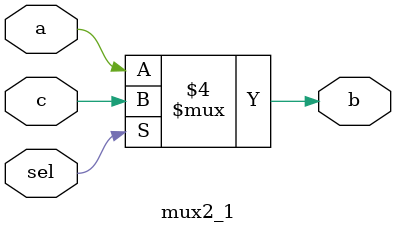
<source format=v>
module mux2_1(input a, input c, input sel, output reg b);
  always @(sel,a,c)
      if (sel == 0)
         b = a;
      else
          b = c;
endmodule

</source>
